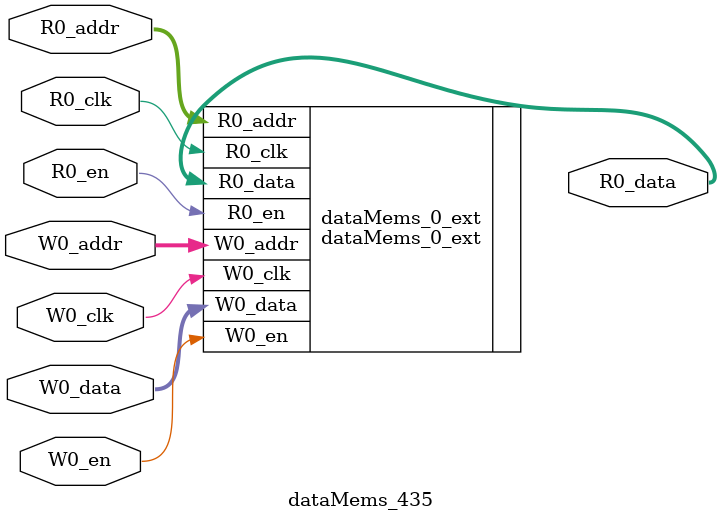
<source format=sv>
`ifndef RANDOMIZE
  `ifdef RANDOMIZE_REG_INIT
    `define RANDOMIZE
  `endif // RANDOMIZE_REG_INIT
`endif // not def RANDOMIZE
`ifndef RANDOMIZE
  `ifdef RANDOMIZE_MEM_INIT
    `define RANDOMIZE
  `endif // RANDOMIZE_MEM_INIT
`endif // not def RANDOMIZE

`ifndef RANDOM
  `define RANDOM $random
`endif // not def RANDOM

// Users can define 'PRINTF_COND' to add an extra gate to prints.
`ifndef PRINTF_COND_
  `ifdef PRINTF_COND
    `define PRINTF_COND_ (`PRINTF_COND)
  `else  // PRINTF_COND
    `define PRINTF_COND_ 1
  `endif // PRINTF_COND
`endif // not def PRINTF_COND_

// Users can define 'ASSERT_VERBOSE_COND' to add an extra gate to assert error printing.
`ifndef ASSERT_VERBOSE_COND_
  `ifdef ASSERT_VERBOSE_COND
    `define ASSERT_VERBOSE_COND_ (`ASSERT_VERBOSE_COND)
  `else  // ASSERT_VERBOSE_COND
    `define ASSERT_VERBOSE_COND_ 1
  `endif // ASSERT_VERBOSE_COND
`endif // not def ASSERT_VERBOSE_COND_

// Users can define 'STOP_COND' to add an extra gate to stop conditions.
`ifndef STOP_COND_
  `ifdef STOP_COND
    `define STOP_COND_ (`STOP_COND)
  `else  // STOP_COND
    `define STOP_COND_ 1
  `endif // STOP_COND
`endif // not def STOP_COND_

// Users can define INIT_RANDOM as general code that gets injected into the
// initializer block for modules with registers.
`ifndef INIT_RANDOM
  `define INIT_RANDOM
`endif // not def INIT_RANDOM

// If using random initialization, you can also define RANDOMIZE_DELAY to
// customize the delay used, otherwise 0.002 is used.
`ifndef RANDOMIZE_DELAY
  `define RANDOMIZE_DELAY 0.002
`endif // not def RANDOMIZE_DELAY

// Define INIT_RANDOM_PROLOG_ for use in our modules below.
`ifndef INIT_RANDOM_PROLOG_
  `ifdef RANDOMIZE
    `ifdef VERILATOR
      `define INIT_RANDOM_PROLOG_ `INIT_RANDOM
    `else  // VERILATOR
      `define INIT_RANDOM_PROLOG_ `INIT_RANDOM #`RANDOMIZE_DELAY begin end
    `endif // VERILATOR
  `else  // RANDOMIZE
    `define INIT_RANDOM_PROLOG_
  `endif // RANDOMIZE
`endif // not def INIT_RANDOM_PROLOG_

// Include register initializers in init blocks unless synthesis is set
`ifndef SYNTHESIS
  `ifndef ENABLE_INITIAL_REG_
    `define ENABLE_INITIAL_REG_
  `endif // not def ENABLE_INITIAL_REG_
`endif // not def SYNTHESIS

// Include rmemory initializers in init blocks unless synthesis is set
`ifndef SYNTHESIS
  `ifndef ENABLE_INITIAL_MEM_
    `define ENABLE_INITIAL_MEM_
  `endif // not def ENABLE_INITIAL_MEM_
`endif // not def SYNTHESIS

module dataMems_435(	// @[generators/ara/src/main/scala/UnsafeAXI4ToTL.scala:365:62]
  input  [4:0]  R0_addr,
  input         R0_en,
  input         R0_clk,
  output [66:0] R0_data,
  input  [4:0]  W0_addr,
  input         W0_en,
  input         W0_clk,
  input  [66:0] W0_data
);

  dataMems_0_ext dataMems_0_ext (	// @[generators/ara/src/main/scala/UnsafeAXI4ToTL.scala:365:62]
    .R0_addr (R0_addr),
    .R0_en   (R0_en),
    .R0_clk  (R0_clk),
    .R0_data (R0_data),
    .W0_addr (W0_addr),
    .W0_en   (W0_en),
    .W0_clk  (W0_clk),
    .W0_data (W0_data)
  );
endmodule


</source>
